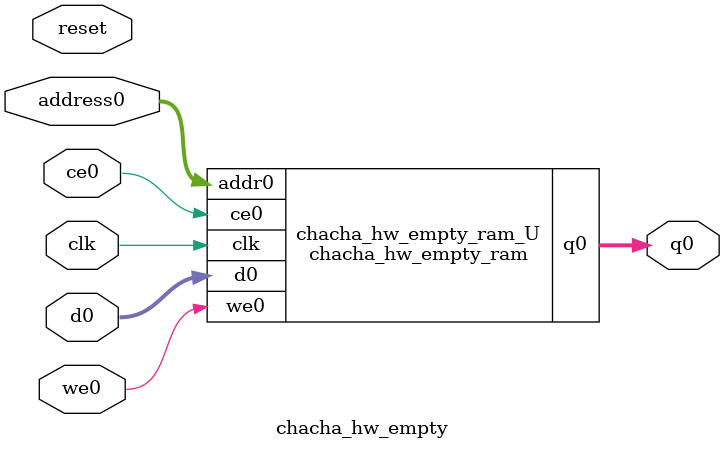
<source format=v>
`timescale 1 ns / 1 ps
module chacha_hw_empty_ram (addr0, ce0, d0, we0, q0,  clk);

parameter DWIDTH = 32;
parameter AWIDTH = 5;
parameter MEM_SIZE = 32;

input[AWIDTH-1:0] addr0;
input ce0;
input[DWIDTH-1:0] d0;
input we0;
output reg[DWIDTH-1:0] q0;
input clk;

(* ram_style = "block" *)reg [DWIDTH-1:0] ram[0:MEM_SIZE-1];




always @(posedge clk)  
begin 
    if (ce0) 
    begin
        if (we0) 
        begin 
            ram[addr0] <= d0; 
        end 
        q0 <= ram[addr0];
    end
end


endmodule

`timescale 1 ns / 1 ps
module chacha_hw_empty(
    reset,
    clk,
    address0,
    ce0,
    we0,
    d0,
    q0);

parameter DataWidth = 32'd32;
parameter AddressRange = 32'd32;
parameter AddressWidth = 32'd5;
input reset;
input clk;
input[AddressWidth - 1:0] address0;
input ce0;
input we0;
input[DataWidth - 1:0] d0;
output[DataWidth - 1:0] q0;



chacha_hw_empty_ram chacha_hw_empty_ram_U(
    .clk( clk ),
    .addr0( address0 ),
    .ce0( ce0 ),
    .we0( we0 ),
    .d0( d0 ),
    .q0( q0 ));

endmodule


</source>
